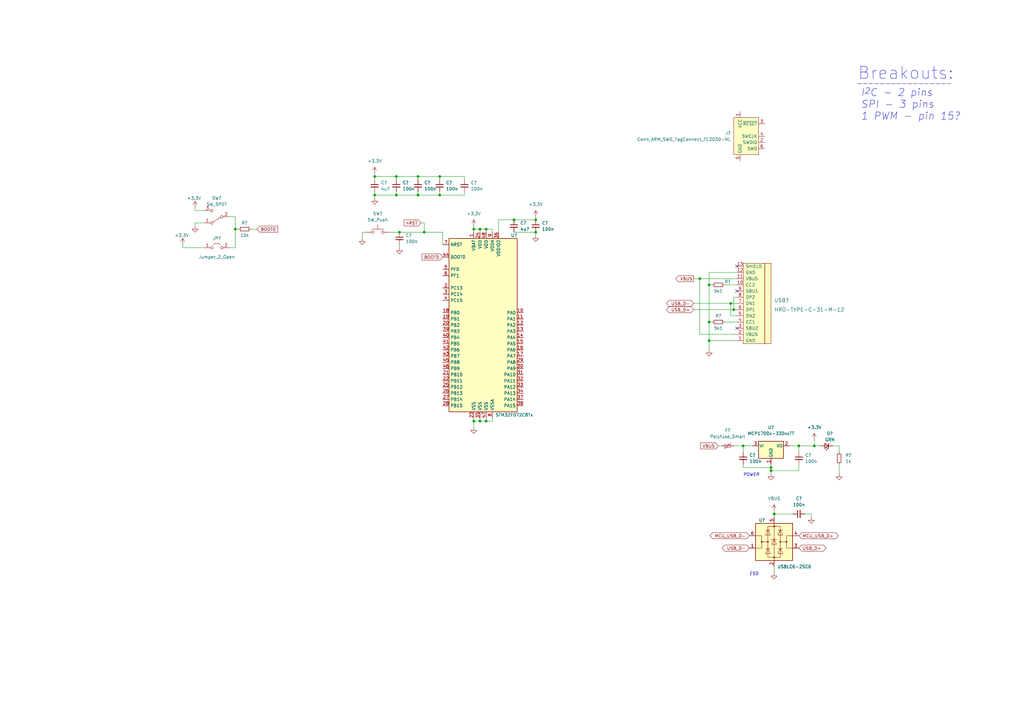
<source format=kicad_sch>
(kicad_sch (version 20211123) (generator eeschema)
  (paper "A3")
  (lib_symbols
    (symbol "Connector:Conn_ARM_SWD_TagConnect_TC2030-NL" (in_bom no)
      (property "Reference" "J" (at 2.54 11.43 0))
      (property "Value" "Conn_ARM_SWD_TagConnect_TC2030-NL" (at 2.54 8.89 0))
      (symbol "Conn_ARM_SWD_TagConnect_TC2030-NL_0_0"
        (pin power_in line (at -2.54 10.16 270) (length 2.54) (name "VCC") (number "1"))
        (pin bidirectional line (at 7.62 -2.54 180) (length 2.54) (name "SWDIO") (number "2"))
        (pin open_collector line (at 7.62 5.08 180) (length 2.54) (name "~{RESET}") (number "3"))
        (pin output line (at 7.62 0 180) (length 2.54) (name "SWCLK") (number "4"))
        (pin power_in line (at -2.54 -10.16 90) (length 2.54) (name "GND") (number "5"))
        (pin input line (at 7.62 -5.08 180) (length 2.54) (name "SWO") (number "6"))
      )
      (symbol "Conn_ARM_SWD_TagConnect_TC2030-NL_0_1"
        (rectangle (start -5.08 7.62) (end 5.08 -7.62) (fill (type background)))
      )
    )
    (symbol "Device:C_Small" (pin_numbers hide) (pin_names (offset 0.254) hide)
      (property "Reference" "C" (at 0.254 1.778 0))
      (property "Value" "C_Small" (at 0.254 -2.032 0))
      (symbol "C_Small_0_1"
        (polyline (pts (xy -1.524 -0.508) (xy 1.524 -0.508)) (stroke (width 0.3302)))
        (polyline (pts (xy -1.524 0.508) (xy 1.524 0.508)) (stroke (width 0.3048)))
      )
      (symbol "C_Small_1_1"
        (pin passive line (at 0 2.54 270) (length 2.032) (name "~") (number "1"))
        (pin passive line (at 0 -2.54 90) (length 2.032) (name "~") (number "2"))
      )
    )
    (symbol "Device:LED_Small" (pin_numbers hide) (pin_names (offset 0.254) hide)
      (property "Reference" "D" (at -1.27 3.175 0))
      (property "Value" "LED_Small" (at -4.445 -2.54 0))
      (symbol "LED_Small_0_1"
        (polyline (pts (xy -0.762 -1.016) (xy -0.762 1.016)) (stroke (width 0.254)))
        (polyline (pts (xy 1.016 0) (xy -0.762 0)))
        (polyline (pts (xy 0.762 -1.016) (xy -0.762 0) (xy 0.762 1.016) (xy 0.762 -1.016)) (stroke (width 0.254)))
        (polyline (pts (xy 0 0.762) (xy -0.508 1.27) (xy -0.254 1.27) (xy -0.508 1.27) (xy -0.508 1.016)))
        (polyline (pts (xy 0.508 1.27) (xy 0 1.778) (xy 0.254 1.778) (xy 0 1.778) (xy 0 1.524)))
      )
      (symbol "LED_Small_1_1"
        (pin passive line (at -2.54 0 0) (length 1.778) (name "K") (number "1"))
        (pin passive line (at 2.54 0 180) (length 1.778) (name "A") (number "2"))
      )
    )
    (symbol "Device:Polyfuse_Small" (pin_numbers hide) (pin_names (offset 0))
      (property "Reference" "F" (at -1.905 0 90))
      (property "Value" "Polyfuse_Small" (at 1.905 0 90))
      (symbol "Polyfuse_Small_0_1"
        (rectangle (start -0.508 1.27) (end 0.508 -1.27))
        (polyline (pts (xy 0 2.54) (xy 0 -2.54)))
        (polyline (pts (xy -1.016 1.27) (xy -1.016 0.762) (xy 1.016 -0.762) (xy 1.016 -1.27)))
      )
      (symbol "Polyfuse_Small_1_1"
        (pin passive line (at 0 2.54 270) (length 0.635) (name "~") (number "1"))
        (pin passive line (at 0 -2.54 90) (length 0.635) (name "~") (number "2"))
      )
    )
    (symbol "Device:R_Small" (pin_numbers hide) (pin_names (offset 0.254) hide)
      (property "Reference" "R" (at 0.762 0.508 0))
      (property "Value" "R_Small" (at 0.762 -1.016 0))
      (symbol "R_Small_0_1"
        (rectangle (start -0.762 1.778) (end 0.762 -1.778) (stroke (width 0.2032)))
      )
      (symbol "R_Small_1_1"
        (pin passive line (at 0 2.54 270) (length 0.762) (name "~") (number "1"))
        (pin passive line (at 0 -2.54 90) (length 0.762) (name "~") (number "2"))
      )
    )
    (symbol "Jumper:Jumper_2_Open" (pin_names (offset 0) hide)
      (property "Reference" "JP" (at 0 2.794 0))
      (property "Value" "Jumper_2_Open" (at 0 -2.286 0))
      (symbol "Jumper_2_Open_0_0"
        (circle (center -2.032 0) (radius 0.508))
        (circle (center 2.032 0) (radius 0.508))
      )
      (symbol "Jumper_2_Open_0_1"
        (arc (start 1.524 1.27) (mid 0 1.778) (end -1.524 1.27))
      )
      (symbol "Jumper_2_Open_1_1"
        (pin passive line (at -5.08 0 0) (length 2.54) (name "A") (number "1"))
        (pin passive line (at 5.08 0 180) (length 2.54) (name "B") (number "2"))
      )
    )
    (symbol "MCU_ST_STM32F0:STM32F072C8Tx"
      (property "Reference" "U" (at -15.24 36.83 0))
      (property "Value" "STM32F072C8Tx" (at 7.62 36.83 0))
      (symbol "STM32F072C8Tx_0_1"
        (rectangle (start -15.24 -35.56) (end 12.7 35.56) (stroke (width 0.254)) (fill (type background)))
      )
      (symbol "STM32F072C8Tx_1_1"
        (pin power_in line (at -5.08 38.1 270) (length 2.54) (name "VBAT") (number "1"))
        (pin bidirectional line (at 15.24 5.08 180) (length 2.54) (name "PA0") (number "10"))
        (pin bidirectional line (at 15.24 2.54 180) (length 2.54) (name "PA1") (number "11"))
        (pin bidirectional line (at 15.24 0 180) (length 2.54) (name "PA2") (number "12"))
        (pin bidirectional line (at 15.24 -2.54 180) (length 2.54) (name "PA3") (number "13"))
        (pin bidirectional line (at 15.24 -5.08 180) (length 2.54) (name "PA4") (number "14"))
        (pin bidirectional line (at 15.24 -7.62 180) (length 2.54) (name "PA5") (number "15"))
        (pin bidirectional line (at 15.24 -10.16 180) (length 2.54) (name "PA6") (number "16"))
        (pin bidirectional line (at 15.24 -12.7 180) (length 2.54) (name "PA7") (number "17"))
        (pin bidirectional line (at -17.78 5.08 0) (length 2.54) (name "PB0") (number "18"))
        (pin bidirectional line (at -17.78 2.54 0) (length 2.54) (name "PB1") (number "19"))
        (pin bidirectional line (at -17.78 15.24 0) (length 2.54) (name "PC13") (number "2"))
        (pin bidirectional line (at -17.78 0 0) (length 2.54) (name "PB2") (number "20"))
        (pin bidirectional line (at -17.78 -20.32 0) (length 2.54) (name "PB10") (number "21"))
        (pin bidirectional line (at -17.78 -22.86 0) (length 2.54) (name "PB11") (number "22"))
        (pin power_in line (at -5.08 -38.1 90) (length 2.54) (name "VSS") (number "23"))
        (pin power_in line (at -2.54 38.1 270) (length 2.54) (name "VDD") (number "24"))
        (pin bidirectional line (at -17.78 -25.4 0) (length 2.54) (name "PB12") (number "25"))
        (pin bidirectional line (at -17.78 -27.94 0) (length 2.54) (name "PB13") (number "26"))
        (pin bidirectional line (at -17.78 -30.48 0) (length 2.54) (name "PB14") (number "27"))
        (pin bidirectional line (at -17.78 -33.02 0) (length 2.54) (name "PB15") (number "28"))
        (pin bidirectional line (at 15.24 -15.24 180) (length 2.54) (name "PA8") (number "29"))
        (pin bidirectional line (at -17.78 12.7 0) (length 2.54) (name "PC14") (number "3"))
        (pin bidirectional line (at 15.24 -17.78 180) (length 2.54) (name "PA9") (number "30"))
        (pin bidirectional line (at 15.24 -20.32 180) (length 2.54) (name "PA10") (number "31"))
        (pin bidirectional line (at 15.24 -22.86 180) (length 2.54) (name "PA11") (number "32"))
        (pin bidirectional line (at 15.24 -25.4 180) (length 2.54) (name "PA12") (number "33"))
        (pin bidirectional line (at 15.24 -27.94 180) (length 2.54) (name "PA13") (number "34"))
        (pin power_in line (at -2.54 -38.1 90) (length 2.54) (name "VSS") (number "35"))
        (pin power_in line (at 5.08 38.1 270) (length 2.54) (name "VDDIO2") (number "36"))
        (pin bidirectional line (at 15.24 -30.48 180) (length 2.54) (name "PA14") (number "37"))
        (pin bidirectional line (at 15.24 -33.02 180) (length 2.54) (name "PA15") (number "38"))
        (pin bidirectional line (at -17.78 -2.54 0) (length 2.54) (name "PB3") (number "39"))
        (pin bidirectional line (at -17.78 10.16 0) (length 2.54) (name "PC15") (number "4"))
        (pin bidirectional line (at -17.78 -5.08 0) (length 2.54) (name "PB4") (number "40"))
        (pin bidirectional line (at -17.78 -7.62 0) (length 2.54) (name "PB5") (number "41"))
        (pin bidirectional line (at -17.78 -10.16 0) (length 2.54) (name "PB6") (number "42"))
        (pin bidirectional line (at -17.78 -12.7 0) (length 2.54) (name "PB7") (number "43"))
        (pin input line (at -17.78 27.94 0) (length 2.54) (name "BOOT0") (number "44"))
        (pin bidirectional line (at -17.78 -15.24 0) (length 2.54) (name "PB8") (number "45"))
        (pin bidirectional line (at -17.78 -17.78 0) (length 2.54) (name "PB9") (number "46"))
        (pin power_in line (at 0 -38.1 90) (length 2.54) (name "VSS") (number "47"))
        (pin power_in line (at 0 38.1 270) (length 2.54) (name "VDD") (number "48"))
        (pin input line (at -17.78 22.86 0) (length 2.54) (name "PF0") (number "5"))
        (pin input line (at -17.78 20.32 0) (length 2.54) (name "PF1") (number "6"))
        (pin input line (at -17.78 33.02 0) (length 2.54) (name "NRST") (number "7"))
        (pin power_in line (at 2.54 -38.1 90) (length 2.54) (name "VSSA") (number "8"))
        (pin power_in line (at 2.54 38.1 270) (length 2.54) (name "VDDA") (number "9"))
      )
    )
    (symbol "Power_Protection:USBLC6-2SC6" (pin_names hide)
      (property "Reference" "U" (at 2.54 8.89 0))
      (property "Value" "USBLC6-2SC6" (at 2.54 -8.89 0))
      (symbol "USBLC6-2SC6_0_1"
        (rectangle (start -7.62 -7.62) (end 7.62 7.62) (stroke (width 0.254)) (fill (type background)))
        (circle (center -5.08 0) (radius 0.254) (fill (type outline)))
        (circle (center -2.54 0) (radius 0.254) (fill (type outline)))
        (rectangle (start -2.54 6.35) (end 2.54 -6.35))
        (circle (center 0 -6.35) (radius 0.254) (fill (type outline)))
        (polyline (pts (xy -5.08 -2.54) (xy -7.62 -2.54)))
        (polyline (pts (xy -5.08 0) (xy -5.08 -2.54)))
        (polyline (pts (xy -5.08 2.54) (xy -7.62 2.54)))
        (polyline (pts (xy -1.524 -2.794) (xy -3.556 -2.794)))
        (polyline (pts (xy -1.524 4.826) (xy -3.556 4.826)))
        (polyline (pts (xy 0 -7.62) (xy 0 -6.35)))
        (polyline (pts (xy 0 -6.35) (xy 0 1.27)))
        (polyline (pts (xy 0 1.27) (xy 0 6.35)))
        (polyline (pts (xy 0 6.35) (xy 0 7.62)))
        (polyline (pts (xy 1.524 -2.794) (xy 3.556 -2.794)))
        (polyline (pts (xy 1.524 4.826) (xy 3.556 4.826)))
        (polyline (pts (xy 5.08 -2.54) (xy 7.62 -2.54)))
        (polyline (pts (xy 5.08 0) (xy 5.08 -2.54)))
        (polyline (pts (xy 5.08 2.54) (xy 7.62 2.54)))
        (polyline (pts (xy -2.54 0) (xy -5.08 0) (xy -5.08 2.54)))
        (polyline (pts (xy 2.54 0) (xy 5.08 0) (xy 5.08 2.54)))
        (polyline (pts (xy -3.556 -4.826) (xy -1.524 -4.826) (xy -2.54 -2.794) (xy -3.556 -4.826)))
        (polyline (pts (xy -3.556 2.794) (xy -1.524 2.794) (xy -2.54 4.826) (xy -3.556 2.794)))
        (polyline (pts (xy -1.016 -1.016) (xy 1.016 -1.016) (xy 0 1.016) (xy -1.016 -1.016)))
        (polyline (pts (xy 1.016 1.016) (xy 0.762 1.016) (xy -1.016 1.016) (xy -1.016 0.508)))
        (polyline (pts (xy 3.556 -4.826) (xy 1.524 -4.826) (xy 2.54 -2.794) (xy 3.556 -4.826)))
        (polyline (pts (xy 3.556 2.794) (xy 1.524 2.794) (xy 2.54 4.826) (xy 3.556 2.794)))
        (circle (center 0 6.35) (radius 0.254) (fill (type outline)))
        (circle (center 2.54 0) (radius 0.254) (fill (type outline)))
        (circle (center 5.08 0) (radius 0.254) (fill (type outline)))
      )
      (symbol "USBLC6-2SC6_1_1"
        (pin passive line (at -10.16 -2.54 0) (length 2.54) (name "I/O1") (number "1"))
        (pin passive line (at 0 -10.16 90) (length 2.54) (name "GND") (number "2"))
        (pin passive line (at 10.16 -2.54 180) (length 2.54) (name "I/O2") (number "3"))
        (pin passive line (at 10.16 2.54 180) (length 2.54) (name "I/O2") (number "4"))
        (pin passive line (at 0 10.16 270) (length 2.54) (name "VBUS") (number "5"))
        (pin passive line (at -10.16 2.54 0) (length 2.54) (name "I/O1") (number "6"))
      )
    )
    (symbol "Regulator_Linear:MCP1700x-330xxTT" (pin_names (offset 0.254))
      (property "Reference" "U" (at -3.81 3.175 0))
      (property "Value" "MCP1700x-330xxTT" (at 0 3.175 0))
      (symbol "MCP1700x-330xxTT_0_1"
        (rectangle (start -5.08 1.905) (end 5.08 -5.08) (stroke (width 0.254)) (fill (type background)))
      )
      (symbol "MCP1700x-330xxTT_1_1"
        (pin power_in line (at 0 -7.62 90) (length 2.54) (name "GND") (number "1"))
        (pin power_out line (at 7.62 0 180) (length 2.54) (name "VO") (number "2"))
        (pin power_in line (at -7.62 0 0) (length 2.54) (name "VI") (number "3"))
      )
    )
    (symbol "Switch:SW_Push" (pin_numbers hide) (pin_names (offset 1.016) hide)
      (property "Reference" "SW" (at 1.27 2.54 0))
      (property "Value" "SW_Push" (at 0 -1.524 0))
      (symbol "SW_Push_0_1"
        (circle (center -2.032 0) (radius 0.508))
        (polyline (pts (xy 0 1.27) (xy 0 3.048)))
        (polyline (pts (xy 2.54 1.27) (xy -2.54 1.27)))
        (circle (center 2.032 0) (radius 0.508))
        (pin passive line (at -5.08 0 0) (length 2.54) (name "1") (number "1"))
        (pin passive line (at 5.08 0 180) (length 2.54) (name "2") (number "2"))
      )
    )
    (symbol "Switch:SW_SPDT" (pin_names (offset 0) hide)
      (property "Reference" "SW" (at 0 4.318 0))
      (property "Value" "SW_SPDT" (at 0 -5.08 0))
      (symbol "SW_SPDT_0_0"
        (circle (center -2.032 0) (radius 0.508))
        (circle (center 2.032 -2.54) (radius 0.508))
      )
      (symbol "SW_SPDT_0_1"
        (polyline (pts (xy -1.524 0.254) (xy 1.651 2.286)))
        (circle (center 2.032 2.54) (radius 0.508))
      )
      (symbol "SW_SPDT_1_1"
        (pin passive line (at 5.08 2.54 180) (length 2.54) (name "A") (number "1"))
        (pin passive line (at -5.08 0 0) (length 2.54) (name "B") (number "2"))
        (pin passive line (at 5.08 -2.54 180) (length 2.54) (name "C") (number "3"))
      )
    )
    (symbol "Type-C:HRO-TYPE-C-31-M-12" (pin_names (offset 1.016))
      (property "Reference" "USB" (at -5.08 16.51 0))
      (property "Value" "HRO-TYPE-C-31-M-12" (at -10.16 -1.27 90))
      (symbol "HRO-TYPE-C-31-M-12_0_1"
        (rectangle (start -11.43 15.24) (end -8.89 -17.78) (fill (type background)))
        (rectangle (start 0 -17.78) (end -8.89 15.24) (fill (type background)))
      )
      (symbol "HRO-TYPE-C-31-M-12_1_1"
        (pin input line (at 2.54 13.97 180) (length 2.54) (name "GND") (number "1"))
        (pin input line (at 2.54 -8.89 180) (length 2.54) (name "CC2") (number "10"))
        (pin input line (at 2.54 -11.43 180) (length 2.54) (name "VBUS") (number "11"))
        (pin input line (at 2.54 -13.97 180) (length 2.54) (name "GND") (number "12"))
        (pin input line (at 2.54 -16.51 180) (length 2.54) (name "SHIELD") (number "13"))
        (pin input line (at 2.54 11.43 180) (length 2.54) (name "VBUS") (number "2"))
        (pin input line (at 2.54 8.89 180) (length 2.54) (name "SBU2") (number "3"))
        (pin input line (at 2.54 6.35 180) (length 2.54) (name "CC1") (number "4"))
        (pin input line (at 2.54 3.81 180) (length 2.54) (name "DN2") (number "5"))
        (pin input line (at 2.54 1.27 180) (length 2.54) (name "DP1") (number "6"))
        (pin input line (at 2.54 -1.27 180) (length 2.54) (name "DN1") (number "7"))
        (pin input line (at 2.54 -3.81 180) (length 2.54) (name "DP2") (number "8"))
        (pin input line (at 2.54 -6.35 180) (length 2.54) (name "SBU1") (number "9"))
      )
    )
    (symbol "power:+3.3V" (power) (pin_names (offset 0))
      (property "Value" "+3.3V" (at 0 3.556 0))
      (symbol "+3.3V_0_1"
        (polyline (pts (xy -0.762 1.27) (xy 0 2.54)))
        (polyline (pts (xy 0 0) (xy 0 2.54)))
        (polyline (pts (xy 0 2.54) (xy 0.762 1.27)))
      )
      (symbol "+3.3V_1_1"
        (pin power_in line (at 0 0 90) (length 0) hide (name "+3.3V") (number "1"))
      )
    )
    (symbol "power:GND" (power) (pin_names (offset 0))
      (property "Value" "GND" (at 0 -3.81 0))
      (symbol "GND_0_1"
        (polyline (pts (xy 0 0) (xy 0 -1.27) (xy 1.27 -1.27) (xy 0 -2.54) (xy -1.27 -1.27) (xy 0 -1.27)))
      )
      (symbol "GND_1_1"
        (pin power_in line (at 0 0 270) (length 0) hide (name "GND") (number "1"))
      )
    )
    (symbol "power:VBUS" (power) (pin_names (offset 0))
      (property "Value" "VBUS" (at 0 3.81 0))
      (symbol "VBUS_0_1"
        (polyline (pts (xy -0.762 1.27) (xy 0 2.54)))
        (polyline (pts (xy 0 0) (xy 0 2.54)))
        (polyline (pts (xy 0 2.54) (xy 0.762 1.27)))
      )
      (symbol "VBUS_1_1"
        (pin power_in line (at 0 0 90) (length 0) hide (name "VBUS") (number "1"))
      )
    )
  )
  (junction (at 290.83 116.84))
  (junction (at 219.71 95.25))
  (junction (at 334.01 182.88))
  (junction (at 171.45 80.01))
  (junction (at 162.56 72.39))
  (junction (at 300.99 127))
  (junction (at 173.99 95.25))
  (junction (at 194.31 172.72))
  (junction (at 210.82 90.17))
  (junction (at 162.56 80.01))
  (junction (at 327.66 182.88))
  (junction (at 199.39 172.72))
  (junction (at 316.23 193.04))
  (junction (at 180.34 72.39))
  (junction (at 163.83 95.25))
  (junction (at 153.67 80.01))
  (junction (at 299.72 124.46))
  (junction (at 287.02 114.3))
  (junction (at 194.31 93.98))
  (junction (at 196.85 172.72))
  (junction (at 290.83 132.08))
  (junction (at 316.23 191.77))
  (junction (at 96.52 93.98))
  (junction (at 317.5 210.82))
  (junction (at 180.34 80.01))
  (junction (at 304.8 182.88))
  (junction (at 153.67 72.39))
  (junction (at 171.45 72.39))
  (junction (at 290.83 139.7))
  (junction (at 199.39 93.98))
  (junction (at 219.71 90.17))
  (junction (at 196.85 93.98))
  (no_connect (at 302.26 134.62))
  (no_connect (at 302.26 109.22))
  (no_connect (at 302.26 119.38))
  (wire (pts (xy 153.67 72.39) (xy 162.56 72.39)))
  (wire (pts (xy 181.61 100.33) (xy 181.61 95.25)))
  (wire (pts (xy 304.8 191.77) (xy 316.23 191.77)))
  (wire (pts (xy 102.87 93.98) (xy 105.41 93.98)))
  (wire (pts (xy 194.31 171.45) (xy 194.31 172.72)))
  (wire (pts (xy 96.52 88.9) (xy 96.52 93.98)))
  (wire (pts (xy 290.83 116.84) (xy 290.83 132.08)))
  (wire (pts (xy 302.26 111.76) (xy 290.83 111.76)))
  (wire (pts (xy 153.67 80.01) (xy 153.67 81.28)))
  (wire (pts (xy 199.39 172.72) (xy 196.85 172.72)))
  (wire (pts (xy 300.99 121.92) (xy 300.99 127)))
  (wire (pts (xy 153.67 71.12) (xy 153.67 72.39)))
  (wire (pts (xy 290.83 139.7) (xy 302.26 139.7)))
  (wire (pts (xy 93.98 88.9) (xy 96.52 88.9)))
  (wire (pts (xy 304.8 182.88) (xy 304.8 185.42)))
  (wire (pts (xy 290.83 132.08) (xy 290.83 139.7)))
  (wire (pts (xy 201.93 171.45) (xy 201.93 172.72)))
  (wire (pts (xy 316.23 190.5) (xy 316.23 191.77)))
  (wire (pts (xy 160.02 95.25) (xy 163.83 95.25)))
  (wire (pts (xy 317.5 209.55) (xy 317.5 210.82)))
  (wire (pts (xy 302.26 129.54) (xy 299.72 129.54)))
  (wire (pts (xy 284.48 114.3) (xy 287.02 114.3)))
  (wire (pts (xy 173.99 95.25) (xy 173.99 91.44)))
  (wire (pts (xy 162.56 80.01) (xy 162.56 78.74)))
  (wire (pts (xy 173.99 95.25) (xy 163.83 95.25)))
  (wire (pts (xy 199.39 171.45) (xy 199.39 172.72)))
  (wire (pts (xy 323.85 182.88) (xy 327.66 182.88)))
  (wire (pts (xy 80.01 85.09) (xy 80.01 86.36)))
  (wire (pts (xy 332.74 212.09) (xy 332.74 210.82)))
  (wire (pts (xy 332.74 210.82) (xy 330.2 210.82)))
  (wire (pts (xy 299.72 124.46) (xy 302.26 124.46)))
  (wire (pts (xy 210.82 90.17) (xy 219.71 90.17)))
  (wire (pts (xy 74.93 101.6) (xy 83.82 101.6)))
  (wire (pts (xy 149.86 95.25) (xy 148.59 95.25)))
  (wire (pts (xy 334.01 182.88) (xy 336.55 182.88)))
  (wire (pts (xy 171.45 80.01) (xy 171.45 78.74)))
  (wire (pts (xy 300.99 182.88) (xy 304.8 182.88)))
  (wire (pts (xy 290.83 139.7) (xy 290.83 143.51)))
  (wire (pts (xy 334.01 180.34) (xy 334.01 182.88)))
  (wire (pts (xy 80.01 86.36) (xy 83.82 86.36)))
  (wire (pts (xy 302.26 121.92) (xy 300.99 121.92)))
  (wire (pts (xy 153.67 72.39) (xy 153.67 73.66)))
  (wire (pts (xy 96.52 101.6) (xy 96.52 93.98)))
  (wire (pts (xy 304.8 182.88) (xy 308.61 182.88)))
  (wire (pts (xy 316.23 191.77) (xy 316.23 193.04)))
  (wire (pts (xy 344.17 182.88) (xy 344.17 185.42)))
  (wire (pts (xy 292.1 132.08) (xy 290.83 132.08)))
  (wire (pts (xy 80.01 91.44) (xy 80.01 92.71)))
  (wire (pts (xy 287.02 114.3) (xy 302.26 114.3)))
  (wire (pts (xy 204.47 90.17) (xy 210.82 90.17)))
  (wire (pts (xy 190.5 72.39) (xy 190.5 73.66)))
  (wire (pts (xy 327.66 190.5) (xy 327.66 193.04)))
  (wire (pts (xy 180.34 72.39) (xy 180.34 73.66)))
  (wire (pts (xy 219.71 95.25) (xy 219.71 96.52)))
  (wire (pts (xy 297.18 116.84) (xy 302.26 116.84)))
  (wire (pts (xy 173.99 91.44) (xy 172.72 91.44)))
  (wire (pts (xy 302.26 137.16) (xy 287.02 137.16)))
  (wire (pts (xy 180.34 80.01) (xy 180.34 78.74)))
  (wire (pts (xy 196.85 93.98) (xy 194.31 93.98)))
  (wire (pts (xy 300.99 127) (xy 302.26 127)))
  (wire (pts (xy 181.61 95.25) (xy 173.99 95.25)))
  (wire (pts (xy 201.93 93.98) (xy 199.39 93.98)))
  (wire (pts (xy 199.39 93.98) (xy 196.85 93.98)))
  (wire (pts (xy 304.8 190.5) (xy 304.8 191.77)))
  (wire (pts (xy 294.64 182.88) (xy 295.91 182.88)))
  (wire (pts (xy 196.85 172.72) (xy 194.31 172.72)))
  (wire (pts (xy 93.98 101.6) (xy 96.52 101.6)))
  (wire (pts (xy 292.1 116.84) (xy 290.83 116.84)))
  (wire (pts (xy 297.18 132.08) (xy 302.26 132.08)))
  (wire (pts (xy 96.52 93.98) (xy 97.79 93.98)))
  (wire (pts (xy 171.45 80.01) (xy 180.34 80.01)))
  (wire (pts (xy 196.85 171.45) (xy 196.85 172.72)))
  (polyline (pts (xy 351.79 34.29) (xy 389.89 34.29)))
  (wire (pts (xy 153.67 80.01) (xy 162.56 80.01)))
  (wire (pts (xy 190.5 80.01) (xy 190.5 78.74)))
  (wire (pts (xy 204.47 95.25) (xy 204.47 90.17)))
  (wire (pts (xy 327.66 182.88) (xy 327.66 185.42)))
  (wire (pts (xy 219.71 88.9) (xy 219.71 90.17)))
  (wire (pts (xy 180.34 80.01) (xy 190.5 80.01)))
  (wire (pts (xy 317.5 232.41) (xy 317.5 234.95)))
  (wire (pts (xy 83.82 91.44) (xy 80.01 91.44)))
  (wire (pts (xy 201.93 95.25) (xy 201.93 93.98)))
  (wire (pts (xy 196.85 93.98) (xy 196.85 95.25)))
  (wire (pts (xy 284.48 124.46) (xy 299.72 124.46)))
  (wire (pts (xy 317.5 210.82) (xy 317.5 212.09)))
  (wire (pts (xy 317.5 210.82) (xy 325.12 210.82)))
  (wire (pts (xy 334.01 182.88) (xy 327.66 182.88)))
  (wire (pts (xy 199.39 93.98) (xy 199.39 95.25)))
  (wire (pts (xy 290.83 111.76) (xy 290.83 116.84)))
  (wire (pts (xy 201.93 172.72) (xy 199.39 172.72)))
  (wire (pts (xy 163.83 100.33) (xy 163.83 101.6)))
  (wire (pts (xy 171.45 72.39) (xy 171.45 73.66)))
  (wire (pts (xy 284.48 127) (xy 300.99 127)))
  (wire (pts (xy 153.67 78.74) (xy 153.67 80.01)))
  (wire (pts (xy 194.31 92.71) (xy 194.31 93.98)))
  (wire (pts (xy 162.56 72.39) (xy 162.56 73.66)))
  (wire (pts (xy 341.63 182.88) (xy 344.17 182.88)))
  (wire (pts (xy 344.17 190.5) (xy 344.17 194.31)))
  (wire (pts (xy 162.56 72.39) (xy 171.45 72.39)))
  (wire (pts (xy 210.82 95.25) (xy 219.71 95.25)))
  (wire (pts (xy 287.02 137.16) (xy 287.02 114.3)))
  (wire (pts (xy 74.93 100.33) (xy 74.93 101.6)))
  (wire (pts (xy 171.45 72.39) (xy 180.34 72.39)))
  (wire (pts (xy 316.23 194.31) (xy 316.23 193.04)))
  (wire (pts (xy 148.59 95.25) (xy 148.59 97.79)))
  (wire (pts (xy 194.31 172.72) (xy 194.31 175.26)))
  (wire (pts (xy 162.56 80.01) (xy 171.45 80.01)))
  (wire (pts (xy 327.66 193.04) (xy 316.23 193.04)))
  (wire (pts (xy 180.34 72.39) (xy 190.5 72.39)))
  (wire (pts (xy 194.31 93.98) (xy 194.31 95.25)))
  (wire (pts (xy 299.72 129.54) (xy 299.72 124.46)))
  (text "ESD" (at 307.34 236.22 0) (effects (font (size 1.27 1.27) italic) (justify left bottom)))
  (text "POWER" (at 304.8 195.58 0) (effects (font (size 1.27 1.27) italic) (justify left bottom)))
  (text "I^{2}C - 2 pins\nSPI - 3 pins\n1 PWM - pin 15?" (at 353.06 49.53 0) (effects (font (size 3 3) italic) (justify left bottom)))
  (text "Breakouts:" (at 351.79 33.02 0) (effects (font (size 5 5)) (justify left bottom)))
  (global_label "USB_D+" (shape bidirectional) (at 284.48 127 180) (property "Intersheet References" "${INTERSHEET_REFS}" (effects hide)))
  (global_label "VBUS" (shape input) (at 294.64 182.88 180) (property "Intersheet References" "${INTERSHEET_REFS}" (effects hide)))
  (global_label "USB_D-" (shape bidirectional) (at 284.48 124.46 180) (property "Intersheet References" "${INTERSHEET_REFS}" (effects hide)))
  (global_label "MCU_USB_D+" (shape bidirectional) (at 327.66 219.71 0) (property "Intersheet References" "${INTERSHEET_REFS}" (effects hide)))
  (global_label "USB_D-" (shape bidirectional) (at 307.34 224.79 180) (property "Intersheet References" "${INTERSHEET_REFS}" (effects hide)))
  (global_label "MCU_USB_D-" (shape bidirectional) (at 307.34 219.71 180) (property "Intersheet References" "${INTERSHEET_REFS}" (effects hide)))
  (global_label "USB_D+" (shape bidirectional) (at 327.66 224.79 0) (property "Intersheet References" "${INTERSHEET_REFS}" (effects hide)))
  (global_label "nRST" (shape input) (at 172.72 91.44 180) (property "Intersheet References" "${INTERSHEET_REFS}" (effects hide)))
  (global_label "BOOT0" (shape input) (at 181.61 105.41 180) (property "Intersheet References" "${INTERSHEET_REFS}" (effects hide)))
  (global_label "BOOT0" (shape input) (at 105.41 93.98 0) (property "Intersheet References" "${INTERSHEET_REFS}" (effects hide)))
  (global_label "VBUS" (shape output) (at 284.48 114.3 180) (property "Intersheet References" "${INTERSHEET_REFS}" (effects hide)))
  (symbol (lib_id "power:+3.3V") (at 153.67 71.12 0) (unit 1)
    (property "Reference" "#PWR?" (effects hide))
    (property "Value" "+3.3V" (at 153.67 66.04 0))
  )
  (symbol (lib_id "Device:C_Small") (at 171.45 76.2 0) (unit 1)
    (property "Reference" "C?" (at 173.99 74.9362 0) (effects (justify left)))
    (property "Value" "100n" (at 173.99 77.4762 0) (effects (justify left)))
  )
  (symbol (lib_id "power:GND") (at 163.83 101.6 0) (unit 1)
    (property "Reference" "#PWR?" (effects hide))
    (property "Value" "GND" (effects hide))
  )
  (symbol (lib_id "Type-C:HRO-TYPE-C-31-M-12") (at 304.8 125.73 180) (unit 1)
    (property "Reference" "USB?" (at 317.5 123.19 0) (effects (font (size 1.524 1.524)) (justify right)))
    (property "Value" "HRO-TYPE-C-31-M-12" (at 317.5 127 0) (effects (font (size 1.524 1.524)) (justify right)))
  )
  (symbol (lib_id "Switch:SW_Push") (at 154.94 95.25 0) (unit 1)
    (property "Reference" "SW?" (at 154.94 87.63 0))
    (property "Value" "SW_Push" (at 154.94 90.17 0))
  )
  (symbol (lib_id "Device:LED_Small") (at 339.09 182.88 180) (unit 1)
    (property "Reference" "D?" (at 340.36 177.8 0))
    (property "Value" "GRN" (at 340.36 180.34 0))
  )
  (symbol (lib_id "power:GND") (at 194.31 175.26 0) (unit 1)
    (property "Reference" "#PWR?" (effects hide))
    (property "Value" "GND" (effects hide))
  )
  (symbol (lib_id "Device:C_Small") (at 153.67 76.2 0) (unit 1)
    (property "Reference" "C?" (at 156.21 74.93 0) (effects (justify left)))
    (property "Value" "4u7" (at 156.21 77.47 0) (effects (justify left)))
  )
  (symbol (lib_id "Device:R_Small") (at 100.33 93.98 90) (unit 1)
    (property "Reference" "R?" (at 100.33 91.44 90))
    (property "Value" "10k" (at 100.33 96.52 90))
  )
  (symbol (lib_id "Device:Polyfuse_Small") (at 298.45 182.88 90) (unit 1)
    (property "Reference" "F?" (at 298.45 176.53 90))
    (property "Value" "Polyfuse_Small" (at 298.45 179.07 90))
  )
  (symbol (lib_id "Device:C_Small") (at 163.83 97.79 0) (unit 1)
    (property "Reference" "C?" (at 166.37 96.5262 0) (effects (justify left)))
    (property "Value" "100n" (at 166.37 99.06 0) (effects (justify left)))
  )
  (symbol (lib_id "Regulator_Linear:MCP1700x-330xxTT") (at 316.23 182.88 0) (unit 1)
    (property "Reference" "U?" (at 316.23 175.26 0))
    (property "Value" "MCP1700x-330xxTT" (at 316.23 177.8 0))
    (property "Footprint" "Package_TO_SOT_SMD:SOT-23" (effects hide))
    (property "Datasheet" "http://ww1.microchip.com/downloads/en/DeviceDoc/20001826D.pdf" (effects hide))
  )
  (symbol (lib_id "power:GND") (at 290.83 143.51 0) (unit 1)
    (property "Reference" "#PWR?" (effects hide))
    (property "Value" "GND" (effects hide))
  )
  (symbol (lib_id "Device:C_Small") (at 190.5 76.2 0) (unit 1)
    (property "Reference" "C?" (at 193.04 74.9362 0) (effects (justify left)))
    (property "Value" "100n" (at 193.04 77.4762 0) (effects (justify left)))
  )
  (symbol (lib_id "Device:C_Small") (at 162.56 76.2 0) (unit 1)
    (property "Reference" "C?" (at 165.1 74.9362 0) (effects (justify left)))
    (property "Value" "100n" (at 165.1 77.47 0) (effects (justify left)))
  )
  (symbol (lib_id "power:GND") (at 316.23 194.31 0) (unit 1)
    (property "Reference" "#PWR?" (effects hide))
    (property "Value" "GND" (effects hide))
  )
  (symbol (lib_id "Power_Protection:USBLC6-2SC6") (at 317.5 222.25 0) (unit 1)
    (property "Reference" "U?" (at 311.15 213.36 0) (effects (justify left)))
    (property "Value" "USBLC6-2SC6" (at 318.77 232.41 0) (effects (justify left)))
    (property "Footprint" "Package_TO_SOT_SMD:SOT-23-6" (effects hide))
    (property "Datasheet" "https://www.st.com/resource/en/datasheet/usblc6-2.pdf" (effects hide))
  )
  (symbol (lib_id "power:GND") (at 80.01 92.71 0) (unit 1)
    (property "Reference" "#PWR?" (effects hide))
    (property "Value" "GND" (effects hide))
  )
  (symbol (lib_id "power:GND") (at 219.71 96.52 0) (unit 1)
    (property "Reference" "#PWR?" (effects hide))
    (property "Value" "GND" (effects hide))
  )
  (symbol (lib_id "Device:C_Small") (at 219.71 92.71 0) (unit 1)
    (property "Reference" "C?" (at 222.25 91.4462 0) (effects (justify left)))
    (property "Value" "100n" (at 222.25 93.9862 0) (effects (justify left)))
  )
  (symbol (lib_id "power:+3.3V") (at 80.01 85.09 0) (unit 1)
    (property "Reference" "#PWR?" (effects hide))
    (property "Value" "+3.3V" (at 82.55 81.28 0) (effects (justify right)))
  )
  (symbol (lib_id "power:+3.3V") (at 74.93 100.33 0) (unit 1)
    (property "Reference" "#PWR?" (effects hide))
    (property "Value" "+3.3V" (at 77.47 96.52 0) (effects (justify right)))
  )
  (symbol (lib_id "Switch:SW_SPDT") (at 88.9 88.9 180) (unit 1)
    (property "Reference" "SW?" (at 88.9 81.28 0))
    (property "Value" "SW_SPDT" (at 88.9 83.82 0))
  )
  (symbol (lib_id "power:+3.3V") (at 334.01 180.34 0) (unit 1)
    (property "Reference" "#PWR?" (effects hide))
    (property "Value" "+3.3V" (at 334.01 175.26 0))
  )
  (symbol (lib_id "Device:C_Small") (at 327.66 187.96 0) (unit 1)
    (property "Reference" "C?" (at 330.2 186.6962 0) (effects (justify left)))
    (property "Value" "100n" (at 330.2 189.2362 0) (effects (justify left)))
  )
  (symbol (lib_id "power:GND") (at 332.74 212.09 0) (unit 1)
    (property "Reference" "#PWR?" (effects hide))
    (property "Value" "GND" (effects hide))
  )
  (symbol (lib_id "MCU_ST_STM32F0:STM32F072C8Tx") (at 199.39 133.35 0) (unit 1)
    (property "Reference" "U?" (at 209.55 96.52 0) (effects (justify left)))
    (property "Value" "STM32F072C8Tx" (at 203.2 170.18 0) (effects (justify left)))
    (property "Footprint" "Package_QFP:LQFP-48_7x7mm_P0.5mm" (effects hide))
    (property "Datasheet" "http://www.st.com/st-web-ui/static/active/en/resource/technical/document/datasheet/DM00090510.pdf" (effects hide))
  )
  (symbol (lib_id "Device:C_Small") (at 304.8 187.96 0) (unit 1)
    (property "Reference" "C?" (at 307.34 186.6962 0) (effects (justify left)))
    (property "Value" "100n" (at 307.34 189.2362 0) (effects (justify left)))
  )
  (symbol (lib_id "Device:R_Small") (at 294.64 132.08 90) (unit 1)
    (property "Reference" "R?" (at 294.64 129.54 90))
    (property "Value" "5k1" (at 294.64 134.62 90))
  )
  (symbol (lib_id "Device:R_Small") (at 294.64 116.84 90) (unit 1)
    (property "Reference" "R?" (at 298.45 115.57 90))
    (property "Value" "5k1" (at 294.64 119.38 90))
  )
  (symbol (lib_id "power:VBUS") (at 317.5 209.55 0) (unit 1)
    (property "Reference" "#PWR?" (effects hide))
    (property "Value" "VBUS" (at 317.5 204.47 0))
  )
  (symbol (lib_id "Jumper:Jumper_2_Open") (at 88.9 101.6 0) (unit 1)
    (property "Reference" "JP?" (at 88.9 97.79 0))
    (property "Value" "Jumper_2_Open" (at 88.9 105.41 0))
  )
  (symbol (lib_id "power:GND") (at 148.59 97.79 0) (unit 1)
    (property "Reference" "#PWR?" (effects hide))
    (property "Value" "GND" (effects hide))
  )
  (symbol (lib_id "power:+3.3V") (at 219.71 88.9 0) (unit 1)
    (property "Reference" "#PWR?" (effects hide))
    (property "Value" "+3.3V" (at 219.71 83.82 0))
  )
  (symbol (lib_id "power:+3.3V") (at 194.31 92.71 0) (unit 1)
    (property "Reference" "#PWR?" (effects hide))
    (property "Value" "+3.3V" (at 194.31 87.63 0))
  )
  (symbol (lib_id "Device:C_Small") (at 327.66 210.82 90) (unit 1)
    (property "Reference" "C?" (at 327.6663 204.47 90))
    (property "Value" "100n" (at 327.6663 207.01 90))
  )
  (symbol (lib_id "Device:C_Small") (at 210.82 92.71 0) (unit 1)
    (property "Reference" "C?" (at 213.36 91.4462 0) (effects (justify left)))
    (property "Value" "4u7" (at 213.36 93.9862 0) (effects (justify left)))
  )
  (symbol (lib_id "Connector:Conn_ARM_SWD_TagConnect_TC2030-NL") (at 306.07 55.88 0) (unit 1)
    (property "Reference" "J?" (at 299.72 54.6099 0) (effects (justify right)))
    (property "Value" "Conn_ARM_SWD_TagConnect_TC2030-NL" (at 299.72 57.1499 0) (effects (justify right)))
    (property "Footprint" "Connector:Tag-Connect_TC2030-IDC-NL_2x03_P1.27mm_Vertical" (effects hide))
    (property "Datasheet" "https://www.tag-connect.com/wp-content/uploads/bsk-pdf-manager/TC2030-CTX_1.pdf" (effects hide))
  )
  (symbol (lib_id "Device:C_Small") (at 180.34 76.2 0) (unit 1)
    (property "Reference" "C?" (at 182.88 74.9362 0) (effects (justify left)))
    (property "Value" "100n" (at 182.88 77.4762 0) (effects (justify left)))
  )
  (symbol (lib_id "Device:R_Small") (at 344.17 187.96 0) (unit 1)
    (property "Reference" "R?" (at 346.71 186.6899 0) (effects (justify left)))
    (property "Value" "1k" (at 346.71 189.2299 0) (effects (justify left)))
  )
  (symbol (lib_id "power:GND") (at 344.17 194.31 0) (unit 1)
    (property "Reference" "#PWR?" (effects hide))
    (property "Value" "GND" (effects hide))
  )
  (symbol (lib_id "power:GND") (at 317.5 234.95 0) (unit 1)
    (property "Reference" "#PWR?" (effects hide))
    (property "Value" "GND" (effects hide))
  )
  (symbol (lib_id "power:GND") (at 153.67 81.28 0) (unit 1)
    (property "Reference" "#PWR?" (effects hide))
    (property "Value" "GND" (effects hide))
  )
)
</source>
